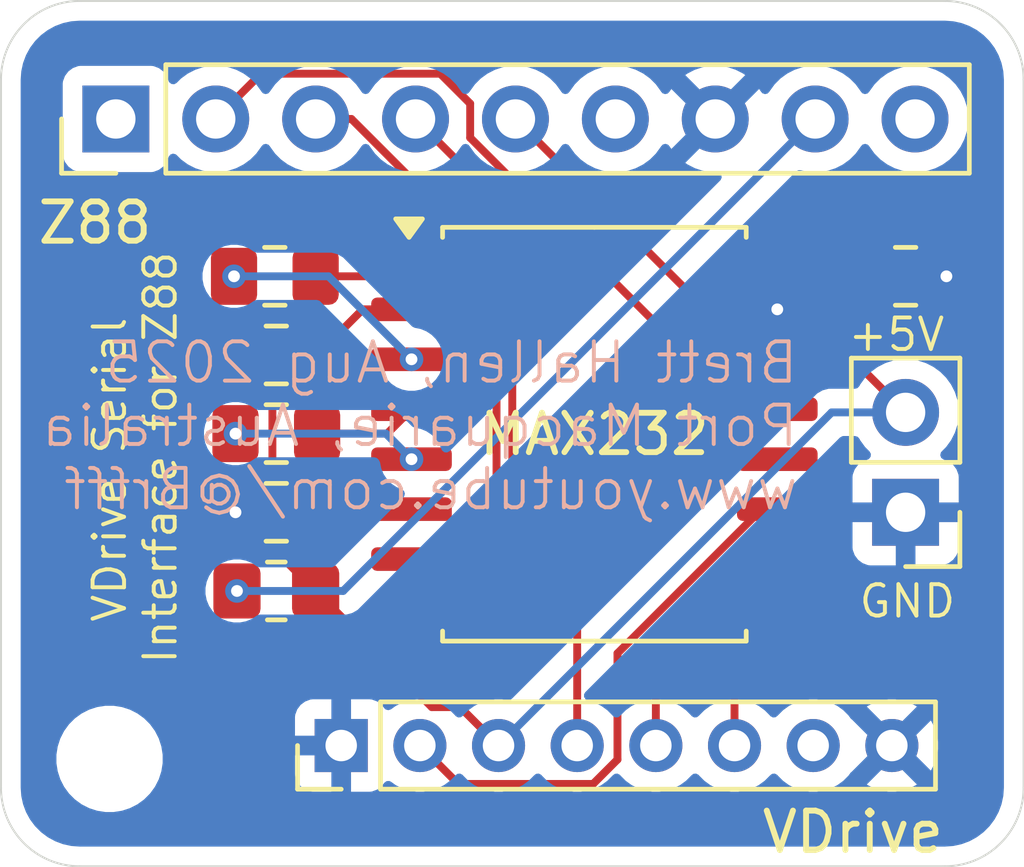
<source format=kicad_pcb>
(kicad_pcb (version 20241229) (generator "pcbnew") (generator_version "9.0")
  (layers (0 "F.Cu" signal) (2 "B.Cu" signal) (13 "F.Paste" user) (15 "B.Paste" user) (5 "F.SilkS" user "F.Silkscreen") (7 "B.SilkS" user "B.Silkscreen") (1 "F.Mask" user) (3 "B.Mask" user) (25 "Edge.Cuts" user))
  (net 0 "")
  (net 1 "Net-(U1-C1+)")
  (net 2 "Net-(U1-C1-)")
  (net 3 "GND")
  (net 4 "+5V")
  (net 5 "Net-(U1-C2-)")
  (net 6 "Net-(U1-C2+)")
  (net 7 "Net-(U1-VS+)")
  (net 8 "Net-(U1-VS-)")
  (net 9 "VD_RTS")
  (net 11 "VD_RXD")
  (net 12 "VD_TXD")
  (net 13 "VD_CTS")
  (net 15 "Net-(J2-Pin_8)")
  (net 17 "Z88_CTS")
  (net 18 "Z88_RTS")
  (net 19 "Z88_RXD")
  (net 20 "Z88_TXD")
  (footprint "Capacitor_SMD:C_0805_2012Metric_Pad1.18x1.45mm_HandSolder" (layer "F.Cu") (at 118.2425 57.82)
    (property "Reference" "C4" (hide yes))
    (property "Value" "1µF" (hide yes))
    (fp_line (start -0.261252 -0.735) (end 0.261252 -0.735) (stroke (width 0.12)) (layer "F.SilkS"))
    (fp_line (start -0.261252 0.735) (end 0.261252 0.735) (stroke (width 0.12)) (layer "F.SilkS"))
    (pad "1" smd roundrect (at -1.0375 0) (size 1.175 1.45) (layers "F.Cu" "F.Mask" "F.Paste") (roundrect_rratio 0.212766) (net 4 "+5V"))
    (pad "2" smd roundrect (at 1.0375 0) (size 1.175 1.45) (layers "F.Cu" "F.Mask" "F.Paste") (roundrect_rratio 0.212766) (net 7 "Net-(U1-VS+)"))
  )
  (footprint "Capacitor_SMD:C_0805_2012Metric_Pad1.18x1.45mm_HandSolder" (layer "F.Cu") (at 118.205 55.82 180)
    (property "Reference" "C1" (hide yes))
    (property "Value" "1µF" (hide yes))
    (fp_line (start -0.261252 0.735) (end 0.261252 0.735) (stroke (width 0.12)) (layer "F.SilkS"))
    (fp_line (start -0.261252 -0.735) (end 0.261252 -0.735) (stroke (width 0.12)) (layer "F.SilkS"))
    (pad "1" smd roundrect (at -1.0375 0 180) (size 1.175 1.45) (layers "F.Cu" "F.Mask" "F.Paste") (roundrect_rratio 0.212766) (net 1 "Net-(U1-C1+)"))
    (pad "2" smd roundrect (at 1.0375 0 180) (size 1.175 1.45) (layers "F.Cu" "F.Mask" "F.Paste") (roundrect_rratio 0.212766) (net 2 "Net-(U1-C1-)"))
  )
  (footprint "Capacitor_SMD:C_0805_2012Metric_Pad1.18x1.45mm_HandSolder" (layer "F.Cu") (at 134.2425 55.82)
    (property "Reference" "C2" (hide yes))
    (property "Value" "1µF" (hide yes))
    (fp_line (start -0.261252 -0.735) (end 0.261252 -0.735) (stroke (width 0.12)) (layer "F.SilkS"))
    (fp_line (start -0.261252 0.735) (end 0.261252 0.735) (stroke (width 0.12)) (layer "F.SilkS"))
    (pad "1" smd roundrect (at -1.0375 0) (size 1.175 1.45) (layers "F.Cu" "F.Mask" "F.Paste") (roundrect_rratio 0.212766) (net 4 "+5V"))
    (pad "2" smd roundrect (at 1.0375 0) (size 1.175 1.45) (layers "F.Cu" "F.Mask" "F.Paste") (roundrect_rratio 0.212766) (net 3 "GND"))
  )
  (footprint "MountingHole:MountingHole_2.2mm_M2" (layer "F.Cu") (at 114.0025 68.09)
    (property "Reference" "H1" (hide yes))
    (property "Value" "MountingHole" (hide yes))
    (pad "" np_thru_hole circle (at 0 0) (size 2.2 2.2) (drill 2.2) (layers "*.Cu" "*.Mask"))
  )
  (footprint "Connector_PinHeader_2.54mm:PinHeader_1x09_P2.54mm_Vertical" (layer "F.Cu") (at 114.1625 51.82 90)
    (property "Reference" "J2" (hide yes))
    (property "Value" "Z88" (at -2.64 -0.53 180) (layer "F.SilkS"))
    (fp_line (start -1.38 -1.38) (end 0 -1.38) (stroke (width 0.12)) (layer "F.SilkS"))
    (fp_line (start -1.38 0) (end -1.38 -1.38) (stroke (width 0.12)) (layer "F.SilkS"))
    (fp_line (start 1.38 1.27) (end 1.38 21.7) (stroke (width 0.12)) (layer "F.SilkS"))
    (fp_line (start -1.38 1.27) (end 1.38 1.27) (stroke (width 0.12)) (layer "F.SilkS"))
    (fp_line (start -1.38 1.27) (end -1.38 21.7) (stroke (width 0.12)) (layer "F.SilkS"))
    (fp_line (start -1.38 21.7) (end 1.38 21.7) (stroke (width 0.12)) (layer "F.SilkS"))
    (pad "1" thru_hole rect (at 0 0 90) (size 1.7 1.7) (drill 1) (layers "*.Cu" "*.Mask"))
    (pad "2" thru_hole circle (at 0 2.54 90) (size 1.7 1.7) (drill 1) (layers "*.Cu" "*.Mask") (net 20 "Z88_TXD"))
    (pad "3" thru_hole circle (at 0 5.08 90) (size 1.7 1.7) (drill 1) (layers "*.Cu" "*.Mask") (net 19 "Z88_RXD"))
    (pad "4" thru_hole circle (at 0 7.62 90) (size 1.7 1.7) (drill 1) (layers "*.Cu" "*.Mask") (net 18 "Z88_RTS"))
    (pad "5" thru_hole circle (at 0 10.16 90) (size 1.7 1.7) (drill 1) (layers "*.Cu" "*.Mask") (net 17 "Z88_CTS"))
    (pad "6" thru_hole circle (at 0 12.7 90) (size 1.7 1.7) (drill 1) (layers "*.Cu" "*.Mask"))
    (pad "7" thru_hole circle (at 0 15.24 90) (size 1.7 1.7) (drill 1) (layers "*.Cu" "*.Mask") (net 3 "GND"))
    (pad "8" thru_hole circle (at 0 17.78 90) (size 1.7 1.7) (drill 1) (layers "*.Cu" "*.Mask") (net 15 "Net-(J2-Pin_8)"))
    (pad "9" thru_hole circle (at 0 20.32 90) (size 1.7 1.7) (drill 1) (layers "*.Cu" "*.Mask"))
  )
  (footprint "Capacitor_SMD:C_0805_2012Metric_Pad1.18x1.45mm_HandSolder" (layer "F.Cu") (at 118.2425 59.82 180)
    (property "Reference" "C3" (hide yes))
    (property "Value" "1µF" (hide yes))
    (fp_line (start -0.261252 0.735) (end 0.261252 0.735) (stroke (width 0.12)) (layer "F.SilkS"))
    (fp_line (start -0.261252 -0.735) (end 0.261252 -0.735) (stroke (width 0.12)) (layer "F.SilkS"))
    (pad "1" smd roundrect (at -1.0375 0 180) (size 1.175 1.45) (layers "F.Cu" "F.Mask" "F.Paste") (roundrect_rratio 0.212766) (net 6 "Net-(U1-C2+)"))
    (pad "2" smd roundrect (at 1.0375 0 180) (size 1.175 1.45) (layers "F.Cu" "F.Mask" "F.Paste") (roundrect_rratio 0.212766) (net 5 "Net-(U1-C2-)"))
  )
  (footprint "Connector_PinHeader_2.54mm:PinHeader_1x02_P2.54mm_Vertical" (layer "F.Cu") (at 134.2425 61.82 180)
    (property "Reference" "J3" (hide yes))
    (property "Value" "Power" (hide yes))
    (fp_line (start 1.38 1.27) (end 1.38 3.92) (stroke (width 0.12)) (layer "F.SilkS"))
    (fp_line (start -1.38 3.92) (end 1.38 3.92) (stroke (width 0.12)) (layer "F.SilkS"))
    (fp_line (start -1.38 1.27) (end 1.38 1.27) (stroke (width 0.12)) (layer "F.SilkS"))
    (fp_line (start -1.38 1.27) (end -1.38 3.92) (stroke (width 0.12)) (layer "F.SilkS"))
    (fp_line (start -1.38 0) (end -1.38 -1.38) (stroke (width 0.12)) (layer "F.SilkS"))
    (fp_line (start -1.38 -1.38) (end 0 -1.38) (stroke (width 0.12)) (layer "F.SilkS"))
    (pad "1" thru_hole rect (at 0 0 180) (size 1.7 1.7) (drill 1) (layers "*.Cu" "*.Mask") (net 3 "GND"))
    (pad "2" thru_hole circle (at 0 2.54 180) (size 1.7 1.7) (drill 1) (layers "*.Cu" "*.Mask") (net 4 "+5V"))
  )
  (footprint "Resistor_SMD:R_0805_2012Metric_Pad1.20x1.40mm_HandSolder" (layer "F.Cu") (at 118.2425 63.82 180)
    (property "Reference" "R1" (hide yes))
    (property "Value" "2.2KΩ" (hide yes))
    (fp_line (start -0.227064 0.735) (end 0.227064 0.735) (stroke (width 0.12)) (layer "F.SilkS"))
    (fp_line (start -0.227064 -0.735) (end 0.227064 -0.735) (stroke (width 0.12)) (layer "F.SilkS"))
    (pad "1" smd roundrect (at -1 0 180) (size 1.2 1.4) (layers "F.Cu" "F.Mask" "F.Paste") (roundrect_rratio 0.208333) (net 4 "+5V"))
    (pad "2" smd roundrect (at 1 0 180) (size 1.2 1.4) (layers "F.Cu" "F.Mask" "F.Paste") (roundrect_rratio 0.208333) (net 15 "Net-(J2-Pin_8)"))
  )
  (footprint "Connector_PinHeader_2.00mm:PinHeader_1x08_P2.00mm_Vertical" (layer "F.Cu") (at 119.8925 67.75 90)
    (property "Reference" "J1" (hide yes))
    (property "Value" "VDrive" (at -2.2 13.01 180) (layer "F.SilkS"))
    (fp_line (start -1.11 -1.11) (end 0 -1.11) (stroke (width 0.12)) (layer "F.SilkS"))
    (fp_line (start -1.11 0) (end -1.11 -1.11) (stroke (width 0.12)) (layer "F.SilkS"))
    (fp_line (start 1.11 1) (end 1.11 15.11) (stroke (width 0.12)) (layer "F.SilkS"))
    (fp_line (start -1.11 1) (end 1.11 1) (stroke (width 0.12)) (layer "F.SilkS"))
    (fp_line (start -1.11 1) (end -1.11 15.11) (stroke (width 0.12)) (layer "F.SilkS"))
    (fp_line (start -1.11 15.11) (end 1.11 15.11) (stroke (width 0.12)) (layer "F.SilkS"))
    (pad "1" thru_hole rect (at 0 0 90) (size 1.35 1.35) (drill 0.8) (layers "*.Cu" "*.Mask") (net 3 "GND"))
    (pad "2" thru_hole circle (at 0 2 90) (size 1.35 1.35) (drill 0.8) (layers "*.Cu" "*.Mask") (net 9 "VD_RTS"))
    (pad "3" thru_hole circle (at 0 4 90) (size 1.35 1.35) (drill 0.8) (layers "*.Cu" "*.Mask") (net 4 "+5V"))
    (pad "4" thru_hole circle (at 0 6 90) (size 1.35 1.35) (drill 0.8) (layers "*.Cu" "*.Mask") (net 11 "VD_RXD"))
    (pad "5" thru_hole circle (at 0 8 90) (size 1.35 1.35) (drill 0.8) (layers "*.Cu" "*.Mask") (net 12 "VD_TXD"))
    (pad "6" thru_hole circle (at 0 10 90) (size 1.35 1.35) (drill 0.8) (layers "*.Cu" "*.Mask") (net 13 "VD_CTS"))
    (pad "7" thru_hole circle (at 0 12 90) (size 1.35 1.35) (drill 0.8) (layers "*.Cu" "*.Mask"))
    (pad "8" thru_hole circle (at 0 14 90) (size 1.35 1.35) (drill 0.8) (layers "*.Cu" "*.Mask") (net 3 "GND"))
  )
  (footprint "Package_SO:SOIC-16W_7.5x10.3mm_P1.27mm" (layer "F.Cu") (at 126.33 59.835)
    (property "Reference" "U1" (hide yes))
    (property "Value" "MAX232" (at 0 0 0) (layer "F.SilkS"))
    (fp_line (start -3.86 -5.26) (end -3.86 -5.005) (stroke (width 0.12)) (layer "F.SilkS"))
    (fp_line (start -3.86 5.26) (end -3.86 5.005) (stroke (width 0.12)) (layer "F.SilkS"))
    (fp_line (start 0 -5.26) (end -3.86 -5.26) (stroke (width 0.12)) (layer "F.SilkS"))
    (fp_line (start 0 -5.26) (end 3.86 -5.26) (stroke (width 0.12)) (layer "F.SilkS"))
    (fp_line (start 0 5.26) (end -3.86 5.26) (stroke (width 0.12)) (layer "F.SilkS"))
    (fp_line (start 0 5.26) (end 3.86 5.26) (stroke (width 0.12)) (layer "F.SilkS"))
    (fp_line (start 3.86 -5.26) (end 3.86 -5.005) (stroke (width 0.12)) (layer "F.SilkS"))
    (fp_line (start 3.86 5.26) (end 3.86 5.005) (stroke (width 0.12)) (layer "F.SilkS"))
    (fp_poly (pts (xy -4.7125 -5.005) (xy -5.0525 -5.475) (xy -4.3725 -5.475)) (stroke (width 0.12)) (fill yes) (layer "F.SilkS"))
    (pad "1" smd roundrect (at -4.65 -4.445) (size 2.05 0.6) (layers "F.Cu" "F.Mask" "F.Paste") (net 1 "Net-(U1-C1+)"))
    (pad "2" smd roundrect (at -4.65 -3.175) (size 2.05 0.6) (layers "F.Cu" "F.Mask" "F.Paste") (net 7 "Net-(U1-VS+)"))
    (pad "3" smd roundrect (at -4.65 -1.905) (size 2.05 0.6) (layers "F.Cu" "F.Mask" "F.Paste") (net 2 "Net-(U1-C1-)"))
    (pad "4" smd roundrect (at -4.65 -0.635) (size 2.05 0.6) (layers "F.Cu" "F.Mask" "F.Paste") (net 6 "Net-(U1-C2+)"))
    (pad "5" smd roundrect (at -4.65 0.635) (size 2.05 0.6) (layers "F.Cu" "F.Mask" "F.Paste") (net 5 "Net-(U1-C2-)"))
    (pad "6" smd roundrect (at -4.65 1.905) (size 2.05 0.6) (layers "F.Cu" "F.Mask" "F.Paste") (net 8 "Net-(U1-VS-)"))
    (pad "7" smd roundrect (at -4.65 3.175) (size 2.05 0.6) (layers "F.Cu" "F.Mask" "F.Paste") (net 19 "Z88_RXD"))
    (pad "8" smd roundrect (at -4.65 4.445) (size 2.05 0.6) (layers "F.Cu" "F.Mask" "F.Paste") (net 18 "Z88_RTS"))
    (pad "9" smd roundrect (at 4.65 4.445) (size 2.05 0.6) (layers "F.Cu" "F.Mask" "F.Paste") (net 13 "VD_CTS"))
    (pad "10" smd roundrect (at 4.65 3.175) (size 2.05 0.6) (layers "F.Cu" "F.Mask" "F.Paste") (net 12 "VD_TXD"))
    (pad "11" smd roundrect (at 4.65 1.905) (size 2.05 0.6) (layers "F.Cu" "F.Mask" "F.Paste") (net 9 "VD_RTS"))
    (pad "12" smd roundrect (at 4.65 0.635) (size 2.05 0.6) (layers "F.Cu" "F.Mask" "F.Paste") (net 11 "VD_RXD"))
    (pad "13" smd roundrect (at 4.65 -0.635) (size 2.05 0.6) (layers "F.Cu" "F.Mask" "F.Paste") (net 20 "Z88_TXD"))
    (pad "14" smd roundrect (at 4.65 -1.905) (size 2.05 0.6) (layers "F.Cu" "F.Mask" "F.Paste") (net 17 "Z88_CTS"))
    (pad "15" smd roundrect (at 4.65 -3.175) (size 2.05 0.6) (layers "F.Cu" "F.Mask" "F.Paste") (net 3 "GND"))
    (pad "16" smd roundrect (at 4.65 -4.445) (size 2.05 0.6) (layers "F.Cu" "F.Mask" "F.Paste") (net 4 "+5V"))
  )
  (footprint "Capacitor_SMD:C_0805_2012Metric_Pad1.18x1.45mm_HandSolder" (layer "F.Cu") (at 118.2425 61.82 180)
    (property "Reference" "C5" (hide yes))
    (property "Value" "1µF" (hide yes))
    (fp_line (start -0.261252 0.735) (end 0.261252 0.735) (stroke (width 0.12)) (layer "F.SilkS"))
    (fp_line (start -0.261252 -0.735) (end 0.261252 -0.735) (stroke (width 0.12)) (layer "F.SilkS"))
    (pad "1" smd roundrect (at -1.0375 0 180) (size 1.175 1.45) (layers "F.Cu" "F.Mask" "F.Paste") (roundrect_rratio 0.212766) (net 8 "Net-(U1-VS-)"))
    (pad "2" smd roundrect (at 1.0375 0 180) (size 1.175 1.45) (layers "F.Cu" "F.Mask" "F.Paste") (roundrect_rratio 0.212766) (net 3 "GND"))
  )
  (gr_arc (start 137.2425 68.82) (mid 136.656714 70.234214) (end 135.2425 70.82) (stroke (width 0.05)) (layer "Edge.Cuts"))
  (gr_line (start 111.2425 68.82) (end 111.2425 50.82) (stroke (width 0.05)) (layer "Edge.Cuts"))
  (gr_arc (start 113.2425 70.82) (mid 111.828286 70.234214) (end 111.2425 68.82) (stroke (width 0.05)) (layer "Edge.Cuts"))
  (gr_line (start 113.2425 48.82) (end 135.2425 48.82) (stroke (width 0.05)) (layer "Edge.Cuts"))
  (gr_arc (start 111.2425 50.82) (mid 111.828286 49.405786) (end 113.2425 48.82) (stroke (width 0.05)) (layer "Edge.Cuts"))
  (gr_line (start 137.2425 50.82) (end 137.2425 68.82) (stroke (width 0.05)) (layer "Edge.Cuts"))
  (gr_line (start 135.2425 70.82) (end 113.2425 70.82) (stroke (width 0.05)) (layer "Edge.Cuts"))
  (gr_arc (start 135.2425 48.82) (mid 136.656714 49.405786) (end 137.2425 50.82) (stroke (width 0.05)) (layer "Edge.Cuts"))
  (gr_text "+5V" (at 132.7225 57.77 0) (layer "F.SilkS") (effects (font (size 0.8 0.8) (thickness 0.1)) (justify left bottom)))
  (gr_text "GND" (at 133.0025 64.55 0) (layer "F.SilkS") (effects (font (size 0.8 0.8) (thickness 0.1)) (justify left bottom)))
  (gr_text "VDrive Serial \nInterface for Z88" (at 115.7625 60.43 90) (layer "F.SilkS") (effects (font (size 0.8 0.8) (thickness 0.1)) (justify bottom)))
  (gr_text "Brett Hallen, Aug 2025\nPort Macquarie, Australia\nwww.youtube.com/@Brfff" (at 131.5725 61.82 0) (layer "B.SilkS") (effects (font (size 1 1) (thickness 0.1)) (justify left bottom mirror)))
  (segment (start 119.2425 55.82) (end 121.25 55.82) (width 0.2) (layer "F.Cu") (net 1))
  (segment (start 121.25 55.82) (end 121.68 55.39) (width 0.2) (layer "F.Cu") (net 1))
  (via (at 117.1675 55.82) (size 0.6) (drill 0.3) (layers "F.Cu" "B.Cu") (net 2))
  (via (at 121.68 57.93) (size 0.6) (drill 0.3) (layers "F.Cu" "B.Cu") (net 2))
  (segment (start 117.1675 55.82) (end 119.57 55.82) (width 0.2) (layer "B.Cu") (net 2))
  (segment (start 119.57 55.82) (end 121.68 57.93) (width 0.2) (layer "B.Cu") (net 2))
  (via (at 135.28 55.82) (size 0.6) (drill 0.3) (layers "F.Cu" "B.Cu") (net 3))
  (via (at 117.205 61.82) (size 0.6) (drill 0.3) (layers "F.Cu" "B.Cu") (net 3))
  (via (at 130.98 56.66) (size 0.6) (drill 0.3) (layers "F.Cu" "B.Cu") (net 3))
  (segment (start 119.2425 63.82) (end 122.1965 66.774) (width 0.2) (layer "F.Cu") (net 4))
  (segment (start 118.1435 58.7585) (end 118.1435 62.721) (width 0.2) (layer "F.Cu") (net 4))
  (segment (start 133.205 55.82) (end 133.205 58.2425) (width 0.2) (layer "F.Cu") (net 4))
  (segment (start 133.205 58.2425) (end 134.2425 59.28) (width 0.2) (layer "F.Cu") (net 4))
  (segment (start 122.9165 66.774) (end 123.8925 67.75) (width 0.2) (layer "F.Cu") (net 4))
  (segment (start 118.1435 62.721) (end 119.2425 63.82) (width 0.2) (layer "F.Cu") (net 4))
  (segment (start 131.41 55.82) (end 130.98 55.39) (width 0.2) (layer "F.Cu") (net 4))
  (segment (start 133.205 55.82) (end 131.41 55.82) (width 0.2) (layer "F.Cu") (net 4))
  (segment (start 122.1965 66.774) (end 122.9165 66.774) (width 0.2) (layer "F.Cu") (net 4))
  (segment (start 117.205 57.82) (end 118.1435 58.7585) (width 0.2) (layer "F.Cu") (net 4))
  (segment (start 123.8925 67.75) (end 132.3625 59.28) (width 0.2) (layer "B.Cu") (net 4))
  (segment (start 132.3625 59.28) (end 134.2425 59.28) (width 0.2) (layer "B.Cu") (net 4))
  (via (at 117.205 59.82) (size 0.6) (drill 0.3) (layers "F.Cu" "B.Cu") (net 5))
  (via (at 121.68 60.47) (size 0.6) (drill 0.3) (layers "F.Cu" "B.Cu") (net 5))
  (segment (start 117.205 59.82) (end 121.03 59.82) (width 0.2) (layer "B.Cu") (net 5))
  (segment (start 121.03 59.82) (end 121.68 60.47) (width 0.2) (layer "B.Cu") (net 5))
  (segment (start 121.06 59.82) (end 121.68 59.2) (width 0.2) (layer "F.Cu") (net 6))
  (segment (start 119.28 59.82) (end 121.06 59.82) (width 0.2) (layer "F.Cu") (net 6))
  (segment (start 119.28 57.82) (end 120.44 56.66) (width 0.2) (layer "F.Cu") (net 7))
  (segment (start 120.44 56.66) (end 121.68 56.66) (width 0.2) (layer "F.Cu") (net 7))
  (segment (start 119.28 61.82) (end 121.6 61.82) (width 0.2) (layer "F.Cu") (net 8))
  (segment (start 121.6 61.82) (end 121.68 61.74) (width 0.2) (layer "F.Cu") (net 8))
  (segment (start 126.9165 65.406532) (end 130.583032 61.74) (width 0.2) (layer "F.Cu") (net 9))
  (segment (start 130.583032 61.74) (end 130.98 61.74) (width 0.2) (layer "F.Cu") (net 9))
  (segment (start 126.296773 68.726) (end 126.9165 68.106273) (width 0.2) (layer "F.Cu") (net 9))
  (segment (start 121.8925 67.75) (end 122.8685 68.726) (width 0.2) (layer "F.Cu") (net 9))
  (segment (start 126.9165 68.106273) (end 126.9165 65.406532) (width 0.2) (layer "F.Cu") (net 9))
  (segment (start 122.8685 68.726) (end 126.296773 68.726) (width 0.2) (layer "F.Cu") (net 9))
  (segment (start 125.8925 64.532501) (end 129.955001 60.47) (width 0.2) (layer "F.Cu") (net 11))
  (segment (start 125.8925 67.75) (end 125.8925 64.532501) (width 0.2) (layer "F.Cu") (net 11))
  (segment (start 129.955001 60.47) (end 130.98 60.47) (width 0.2) (layer "F.Cu") (net 11))
  (segment (start 127.8925 67.75) (end 127.8925 65.700532) (width 0.2) (layer "F.Cu") (net 12))
  (segment (start 130.0525 63.01) (end 130.98 63.01) (width 0.2) (layer "F.Cu") (net 12))
  (segment (start 127.8925 65.700532) (end 130.583032 63.01) (width 0.2) (layer "F.Cu") (net 12))
  (segment (start 130.583032 63.01) (end 130.98 63.01) (width 0.2) (layer "F.Cu") (net 12))
  (segment (start 129.8925 65.3675) (end 130.98 64.28) (width 0.2) (layer "F.Cu") (net 13))
  (segment (start 129.8925 67.75) (end 129.8925 65.3675) (width 0.2) (layer "F.Cu") (net 13))
  (segment (start 130.7825 64.28) (end 130.98 64.28) (width 0.2) (layer "F.Cu") (net 13))
  (via (at 117.2425 63.82) (size 0.6) (drill 0.3) (layers "F.Cu" "B.Cu") (net 15))
  (segment (start 119.9425 63.82) (end 131.9425 51.82) (width 0.2) (layer "B.Cu") (net 15))
  (segment (start 117.2425 63.82) (end 119.9425 63.82) (width 0.2) (layer "B.Cu") (net 15))
  (segment (start 124.3225 51.82) (end 130.4325 57.93) (width 0.2) (layer "F.Cu") (net 17))
  (segment (start 130.4325 57.93) (end 130.98 57.93) (width 0.2) (layer "F.Cu") (net 17))
  (segment (start 124.2425 62.82) (end 122.7825 64.28) (width 0.2) (layer "F.Cu") (net 18))
  (segment (start 124.2425 54.28) (end 124.2425 62.82) (width 0.2) (layer "F.Cu") (net 18))
  (segment (start 122.7825 64.28) (end 121.68 64.28) (width 0.2) (layer "F.Cu") (net 18))
  (segment (start 121.7825 51.82) (end 124.2425 54.28) (width 0.2) (layer "F.Cu") (net 18))
  (segment (start 123.8415 55.509) (end 123.8415 62.181) (width 0.2) (layer "F.Cu") (net 19))
  (segment (start 120.1525 51.82) (end 123.8415 55.509) (width 0.2) (layer "F.Cu") (net 19))
  (segment (start 123.0125 63.01) (end 121.68 63.01) (width 0.2) (layer "F.Cu") (net 19))
  (segment (start 119.2425 51.82) (end 120.1525 51.82) (width 0.2) (layer "F.Cu") (net 19))
  (segment (start 123.8415 62.181) (end 123.0125 63.01) (width 0.2) (layer "F.Cu") (net 19))
  (segment (start 123.1715 51.429) (end 123.1715 52.29676) (width 0.2) (layer "F.Cu") (net 20))
  (segment (start 116.7025 51.82) (end 117.8535 50.669) (width 0.2) (layer "F.Cu") (net 20))
  (segment (start 130.07474 59.2) (end 130.98 59.2) (width 0.2) (layer "F.Cu") (net 20))
  (segment (start 117.8535 50.669) (end 122.4115 50.669) (width 0.2) (layer "F.Cu") (net 20))
  (segment (start 123.1715 52.29676) (end 130.07474 59.2) (width 0.2) (layer "F.Cu") (net 20))
  (segment (start 122.4115 50.669) (end 123.1715 51.429) (width 0.2) (layer "F.Cu") (net 20))
  (zone (net 3) (net_name "GND") (layer "B.Cu") (connect_pads (clearance 0.5)) (min_thickness 0.25) (fill yes (thermal_gap 0.5) (thermal_bridge_width 0.5))
    (polygon (pts (xy 111.2425 48.82) (xy 137.2425 48.82) (xy 137.2425 70.82) (xy 111.2425 70.82)))
  )
)
</source>
